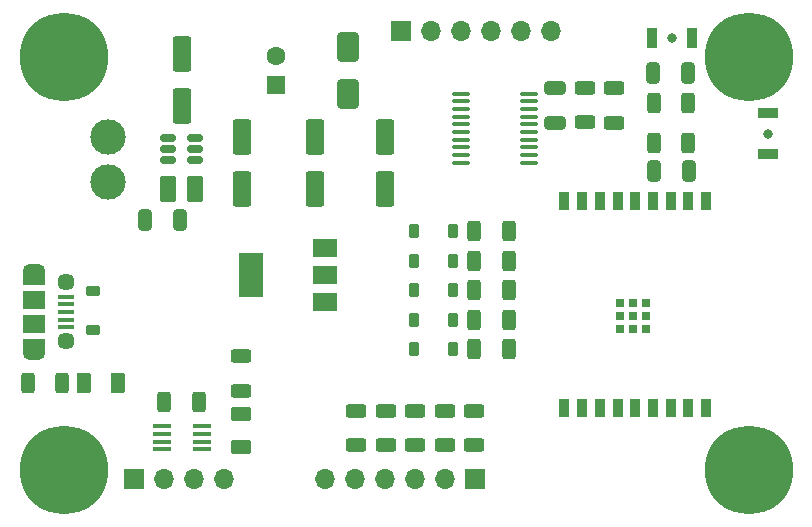
<source format=gbr>
%TF.GenerationSoftware,KiCad,Pcbnew,7.0.6*%
%TF.CreationDate,2023-12-30T19:56:00-05:00*%
%TF.ProjectId,Crystal,43727973-7461-46c2-9e6b-696361645f70,rev?*%
%TF.SameCoordinates,PX1312d00PY1312d00*%
%TF.FileFunction,Soldermask,Top*%
%TF.FilePolarity,Negative*%
%FSLAX46Y46*%
G04 Gerber Fmt 4.6, Leading zero omitted, Abs format (unit mm)*
G04 Created by KiCad (PCBNEW 7.0.6) date 2023-12-30 19:56:00*
%MOMM*%
%LPD*%
G01*
G04 APERTURE LIST*
G04 Aperture macros list*
%AMRoundRect*
0 Rectangle with rounded corners*
0 $1 Rounding radius*
0 $2 $3 $4 $5 $6 $7 $8 $9 X,Y pos of 4 corners*
0 Add a 4 corners polygon primitive as box body*
4,1,4,$2,$3,$4,$5,$6,$7,$8,$9,$2,$3,0*
0 Add four circle primitives for the rounded corners*
1,1,$1+$1,$2,$3*
1,1,$1+$1,$4,$5*
1,1,$1+$1,$6,$7*
1,1,$1+$1,$8,$9*
0 Add four rect primitives between the rounded corners*
20,1,$1+$1,$2,$3,$4,$5,0*
20,1,$1+$1,$4,$5,$6,$7,0*
20,1,$1+$1,$6,$7,$8,$9,0*
20,1,$1+$1,$8,$9,$2,$3,0*%
G04 Aperture macros list end*
%ADD10C,7.500000*%
%ADD11RoundRect,0.250001X-0.462499X-0.849999X0.462499X-0.849999X0.462499X0.849999X-0.462499X0.849999X0*%
%ADD12RoundRect,0.250000X0.312500X0.625000X-0.312500X0.625000X-0.312500X-0.625000X0.312500X-0.625000X0*%
%ADD13R,1.700000X1.700000*%
%ADD14O,1.700000X1.700000*%
%ADD15R,1.600000X1.600000*%
%ADD16C,1.600000*%
%ADD17RoundRect,0.250000X-0.625000X0.312500X-0.625000X-0.312500X0.625000X-0.312500X0.625000X0.312500X0*%
%ADD18RoundRect,0.250000X-0.312500X-0.625000X0.312500X-0.625000X0.312500X0.625000X-0.312500X0.625000X0*%
%ADD19RoundRect,0.250000X-0.375000X-0.625000X0.375000X-0.625000X0.375000X0.625000X-0.375000X0.625000X0*%
%ADD20R,2.000000X1.500000*%
%ADD21R,2.000000X3.800000*%
%ADD22C,0.800000*%
%ADD23R,0.900000X1.700000*%
%ADD24RoundRect,0.250000X-0.325000X-0.650000X0.325000X-0.650000X0.325000X0.650000X-0.325000X0.650000X0*%
%ADD25RoundRect,0.225000X0.225000X0.375000X-0.225000X0.375000X-0.225000X-0.375000X0.225000X-0.375000X0*%
%ADD26RoundRect,0.250000X0.550000X-1.250000X0.550000X1.250000X-0.550000X1.250000X-0.550000X-1.250000X0*%
%ADD27C,3.000000*%
%ADD28RoundRect,0.250000X0.325000X0.650000X-0.325000X0.650000X-0.325000X-0.650000X0.325000X-0.650000X0*%
%ADD29R,1.600000X0.300000*%
%ADD30RoundRect,0.225000X0.375000X-0.225000X0.375000X0.225000X-0.375000X0.225000X-0.375000X-0.225000X0*%
%ADD31R,1.350000X0.400000*%
%ADD32O,1.900000X1.200000*%
%ADD33R,1.900000X1.200000*%
%ADD34C,1.450000*%
%ADD35R,1.900000X1.500000*%
%ADD36RoundRect,0.250000X-0.625000X0.375000X-0.625000X-0.375000X0.625000X-0.375000X0.625000X0.375000X0*%
%ADD37RoundRect,0.250000X0.625000X-0.312500X0.625000X0.312500X-0.625000X0.312500X-0.625000X-0.312500X0*%
%ADD38R,0.900000X1.500000*%
%ADD39R,0.800000X0.800000*%
%ADD40RoundRect,0.100000X0.637500X0.100000X-0.637500X0.100000X-0.637500X-0.100000X0.637500X-0.100000X0*%
%ADD41RoundRect,0.250000X0.650000X-1.000000X0.650000X1.000000X-0.650000X1.000000X-0.650000X-1.000000X0*%
%ADD42R,1.700000X0.900000*%
%ADD43RoundRect,0.150000X0.512500X0.150000X-0.512500X0.150000X-0.512500X-0.150000X0.512500X-0.150000X0*%
%ADD44RoundRect,0.250000X-0.650000X0.325000X-0.650000X-0.325000X0.650000X-0.325000X0.650000X0.325000X0*%
G04 APERTURE END LIST*
D10*
%TO.C,REF\u002A\u002A*%
X4000000Y-39000000D03*
%TD*%
%TO.C,REF\u002A\u002A*%
X62000000Y-39000000D03*
%TD*%
%TO.C,REF\u002A\u002A*%
X62000000Y-4000000D03*
%TD*%
%TO.C,REF\u002A\u002A*%
X4000000Y-4000000D03*
%TD*%
D11*
%TO.C,L1*%
X12837500Y-15200000D03*
X15162500Y-15200000D03*
%TD*%
D12*
%TO.C,R12*%
X41687500Y-23750000D03*
X38762500Y-23750000D03*
%TD*%
D13*
%TO.C,GPIO1*%
X32550000Y-1800000D03*
D14*
X35090000Y-1800000D03*
X37630000Y-1800000D03*
X40170000Y-1800000D03*
X42710000Y-1800000D03*
X45250000Y-1800000D03*
%TD*%
D15*
%TO.C,CB1*%
X22000000Y-6432380D03*
D16*
X22000000Y-3932380D03*
%TD*%
D17*
%TO.C,R9*%
X36275000Y-33950000D03*
X36275000Y-36875000D03*
%TD*%
D18*
%TO.C,R3*%
X53975000Y-7875000D03*
X56900000Y-7875000D03*
%TD*%
D19*
%TO.C,D2*%
X5762500Y-31600000D03*
X8562500Y-31600000D03*
%TD*%
D20*
%TO.C,U2*%
X26150000Y-24800000D03*
X26150000Y-22500000D03*
D21*
X19850000Y-22500000D03*
D20*
X26150000Y-20200000D03*
%TD*%
D17*
%TO.C,R15*%
X28775000Y-33950000D03*
X28775000Y-36875000D03*
%TD*%
D22*
%TO.C,BOOT1*%
X55525000Y-2425000D03*
D23*
X53825000Y-2425000D03*
X57225000Y-2425000D03*
%TD*%
D24*
%TO.C,C2*%
X53937500Y-5375000D03*
X56887500Y-5375000D03*
%TD*%
D25*
%TO.C,D4*%
X36987500Y-26250000D03*
X33687500Y-26250000D03*
%TD*%
D17*
%TO.C,R13*%
X31275000Y-33950000D03*
X31275000Y-36875000D03*
%TD*%
D12*
%TO.C,R10*%
X41687500Y-26250000D03*
X38762500Y-26250000D03*
%TD*%
%TO.C,R16*%
X41687500Y-18750000D03*
X38762500Y-18750000D03*
%TD*%
D13*
%TO.C,TTY1*%
X9950000Y-39725000D03*
D14*
X12490000Y-39725000D03*
X15030000Y-39725000D03*
X17570000Y-39725000D03*
%TD*%
D17*
%TO.C,R7*%
X38775000Y-33950000D03*
X38775000Y-36875000D03*
%TD*%
D25*
%TO.C,D5*%
X36987500Y-23750000D03*
X33687500Y-23750000D03*
%TD*%
D17*
%TO.C,R6*%
X48100000Y-6625000D03*
X48100000Y-9550000D03*
%TD*%
D26*
%TO.C,C6*%
X19100000Y-15200000D03*
X19100000Y-10800000D03*
%TD*%
D13*
%TO.C,AIN1*%
X38825000Y-39725000D03*
D14*
X36285000Y-39725000D03*
X33745000Y-39725000D03*
X31205000Y-39725000D03*
X28665000Y-39725000D03*
X26125000Y-39725000D03*
%TD*%
D27*
%TO.C,V1*%
X7740000Y-10780000D03*
X7740000Y-14580000D03*
%TD*%
D12*
%TO.C,R8*%
X41687500Y-28750000D03*
X38762500Y-28750000D03*
%TD*%
D28*
%TO.C,C3*%
X13875000Y-17800000D03*
X10925000Y-17800000D03*
%TD*%
D29*
%TO.C,U4*%
X15700000Y-37225000D03*
X15700000Y-36575000D03*
X15700000Y-35925000D03*
X15700000Y-35275000D03*
X12300000Y-35275000D03*
X12300000Y-35925000D03*
X12300000Y-36575000D03*
X12300000Y-37225000D03*
%TD*%
D30*
%TO.C,D6*%
X6462500Y-27100000D03*
X6462500Y-23800000D03*
%TD*%
D31*
%TO.C,J1*%
X4162500Y-24300000D03*
X4162500Y-24950000D03*
X4162500Y-25600000D03*
X4162500Y-26250000D03*
X4162500Y-26900000D03*
D32*
X1462500Y-22100000D03*
D33*
X1462500Y-22700000D03*
D34*
X4162500Y-23100000D03*
D35*
X1462500Y-24600000D03*
X1462500Y-26600000D03*
D34*
X4162500Y-28100000D03*
D33*
X1462500Y-28500000D03*
D32*
X1462500Y-29100000D03*
%TD*%
D36*
%TO.C,D9*%
X19000000Y-34250000D03*
X19000000Y-37050000D03*
%TD*%
D25*
%TO.C,D3*%
X36987500Y-28750000D03*
X33687500Y-28750000D03*
%TD*%
D37*
%TO.C,R17*%
X19000000Y-32300000D03*
X19000000Y-29375000D03*
%TD*%
D26*
%TO.C,C7*%
X31250000Y-15200000D03*
X31250000Y-10800000D03*
%TD*%
D38*
%TO.C,U3*%
X58400000Y-16250000D03*
X56900000Y-16250000D03*
X55400000Y-16250000D03*
X53900000Y-16250000D03*
X52400000Y-16250000D03*
X50900000Y-16250000D03*
X49400000Y-16250000D03*
X47900000Y-16250000D03*
X46400000Y-16250000D03*
X46400000Y-33750000D03*
X47900000Y-33750000D03*
X49400000Y-33750000D03*
X50900000Y-33750000D03*
X52400000Y-33750000D03*
X53900000Y-33750000D03*
X55400000Y-33750000D03*
X56900000Y-33750000D03*
X58400000Y-33750000D03*
D39*
X53300000Y-24860000D03*
X52200000Y-24860000D03*
X51100000Y-24860000D03*
X53300000Y-25910000D03*
X52200000Y-25910000D03*
X51100000Y-25910000D03*
X53300000Y-27060000D03*
X52200000Y-27060000D03*
X51100000Y-27060000D03*
%TD*%
D40*
%TO.C,U5*%
X43362500Y-12975000D03*
X43362500Y-12325000D03*
X43362500Y-11675000D03*
X43362500Y-11025000D03*
X43362500Y-10375000D03*
X43362500Y-9725000D03*
X43362500Y-9075000D03*
X43362500Y-8425000D03*
X43362500Y-7775000D03*
X43362500Y-7125000D03*
X37637500Y-7125000D03*
X37637500Y-7775000D03*
X37637500Y-8425000D03*
X37637500Y-9075000D03*
X37637500Y-9725000D03*
X37637500Y-10375000D03*
X37637500Y-11025000D03*
X37637500Y-11675000D03*
X37637500Y-12325000D03*
X37637500Y-12975000D03*
%TD*%
D25*
%TO.C,D8*%
X36987500Y-18750000D03*
X33687500Y-18750000D03*
%TD*%
D41*
%TO.C,D1*%
X28050000Y-7150000D03*
X28050000Y-3150000D03*
%TD*%
D12*
%TO.C,R14*%
X41687500Y-21250000D03*
X38762500Y-21250000D03*
%TD*%
D22*
%TO.C,RESET1*%
X63600000Y-10500000D03*
D42*
X63600000Y-8800000D03*
X63600000Y-12200000D03*
%TD*%
D26*
%TO.C,C5*%
X25250000Y-15200000D03*
X25250000Y-10800000D03*
%TD*%
D37*
%TO.C,R1*%
X50600000Y-9575000D03*
X50600000Y-6650000D03*
%TD*%
D18*
%TO.C,R2*%
X53975000Y-11275000D03*
X56900000Y-11275000D03*
%TD*%
D43*
%TO.C,U1*%
X15137500Y-12750000D03*
X15137500Y-11800000D03*
X15137500Y-10850000D03*
X12862500Y-10850000D03*
X12862500Y-11800000D03*
X12862500Y-12750000D03*
%TD*%
D26*
%TO.C,C4*%
X14000000Y-8200000D03*
X14000000Y-3800000D03*
%TD*%
D44*
%TO.C,C8*%
X45625000Y-6625000D03*
X45625000Y-9575000D03*
%TD*%
D17*
%TO.C,R11*%
X33775000Y-33950000D03*
X33775000Y-36875000D03*
%TD*%
D18*
%TO.C,R4*%
X950000Y-31600000D03*
X3875000Y-31600000D03*
%TD*%
D25*
%TO.C,D7*%
X36987500Y-21250000D03*
X33687500Y-21250000D03*
%TD*%
D18*
%TO.C,R5*%
X12537500Y-33250000D03*
X15462500Y-33250000D03*
%TD*%
D24*
%TO.C,C1*%
X53975000Y-13675000D03*
X56925000Y-13675000D03*
%TD*%
M02*

</source>
